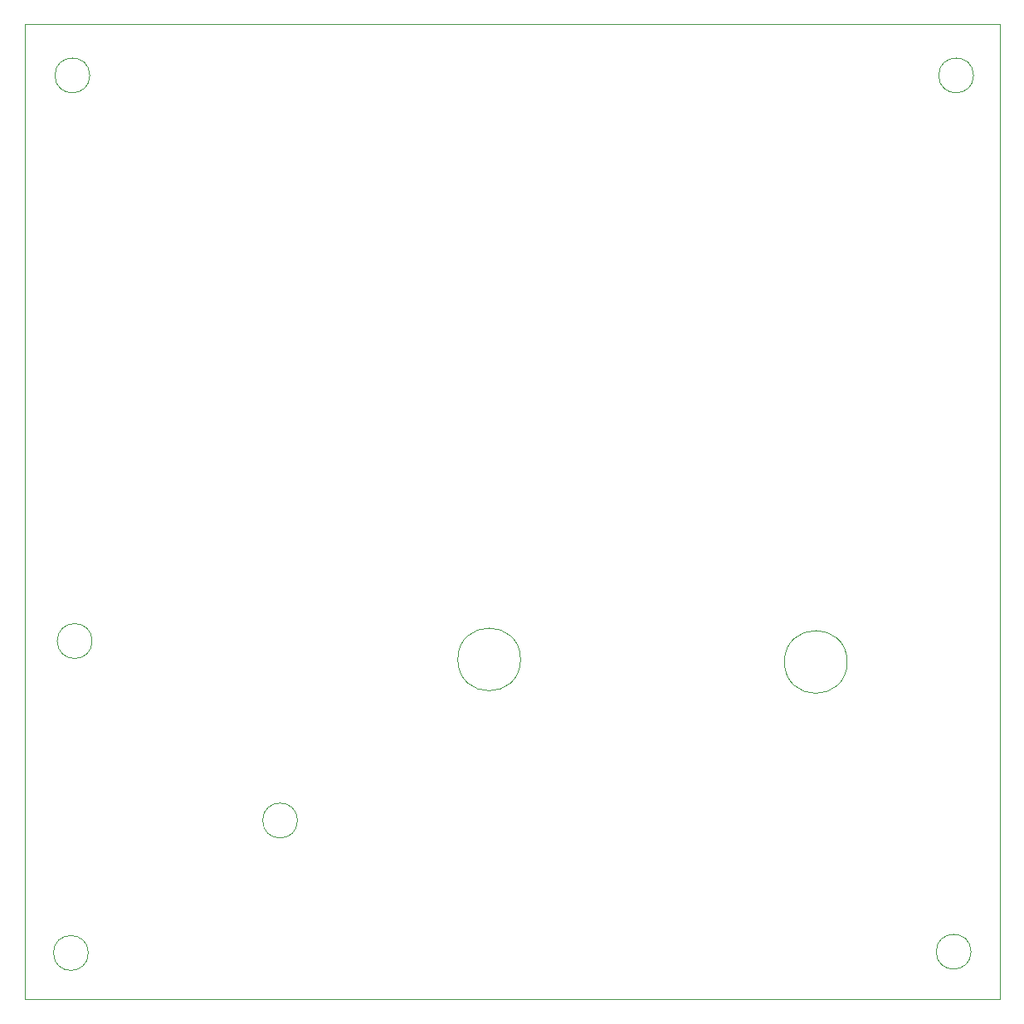
<source format=gbr>
%TF.GenerationSoftware,KiCad,Pcbnew,8.0.6*%
%TF.CreationDate,2025-01-14T13:14:06-07:00*%
%TF.ProjectId,Shutter current limit,53687574-7465-4722-9063-757272656e74,rev?*%
%TF.SameCoordinates,Original*%
%TF.FileFunction,Profile,NP*%
%FSLAX46Y46*%
G04 Gerber Fmt 4.6, Leading zero omitted, Abs format (unit mm)*
G04 Created by KiCad (PCBNEW 8.0.6) date 2025-01-14 13:14:06*
%MOMM*%
%LPD*%
G01*
G04 APERTURE LIST*
%TA.AperFunction,Profile*%
%ADD10C,0.050000*%
%TD*%
G04 APERTURE END LIST*
D10*
X139344400Y-112268000D02*
G75*
G02*
X132943600Y-112268000I-3200400J0D01*
G01*
X132943600Y-112268000D02*
G75*
G02*
X139344400Y-112268000I3200400J0D01*
G01*
X62070800Y-52423200D02*
G75*
G02*
X58514800Y-52423200I-1778000J0D01*
G01*
X58514800Y-52423200D02*
G75*
G02*
X62070800Y-52423200I1778000J0D01*
G01*
X61918400Y-141958200D02*
G75*
G02*
X58362400Y-141958200I-1778000J0D01*
G01*
X58362400Y-141958200D02*
G75*
G02*
X61918400Y-141958200I1778000J0D01*
G01*
X106019600Y-112014000D02*
G75*
G02*
X99618800Y-112014000I-3200400J0D01*
G01*
X99618800Y-112014000D02*
G75*
G02*
X106019600Y-112014000I3200400J0D01*
G01*
X152240800Y-52423200D02*
G75*
G02*
X148684800Y-52423200I-1778000J0D01*
G01*
X148684800Y-52423200D02*
G75*
G02*
X152240800Y-52423200I1778000J0D01*
G01*
X83262651Y-128447800D02*
G75*
G02*
X79705199Y-128447800I-1778726J0D01*
G01*
X79705199Y-128447800D02*
G75*
G02*
X83262651Y-128447800I1778726J0D01*
G01*
X62306200Y-110134400D02*
G75*
G02*
X58750200Y-110134400I-1778000J0D01*
G01*
X58750200Y-110134400D02*
G75*
G02*
X62306200Y-110134400I1778000J0D01*
G01*
X55422800Y-47193200D02*
X154922800Y-47193200D01*
X154922800Y-146693200D01*
X55422800Y-146693200D01*
X55422800Y-47193200D01*
X151986800Y-141831200D02*
G75*
G02*
X148430800Y-141831200I-1778000J0D01*
G01*
X148430800Y-141831200D02*
G75*
G02*
X151986800Y-141831200I1778000J0D01*
G01*
M02*

</source>
